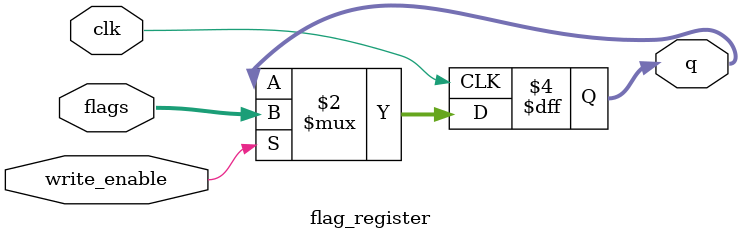
<source format=sv>
module flag_register (
	input logic clk,
	input logic write_enable,
	input logic [3:0] flags,
	output logic [3:0] q
);

	always_ff @(posedge clk)
		if (write_enable)
			q <= flags;

endmodule

</source>
